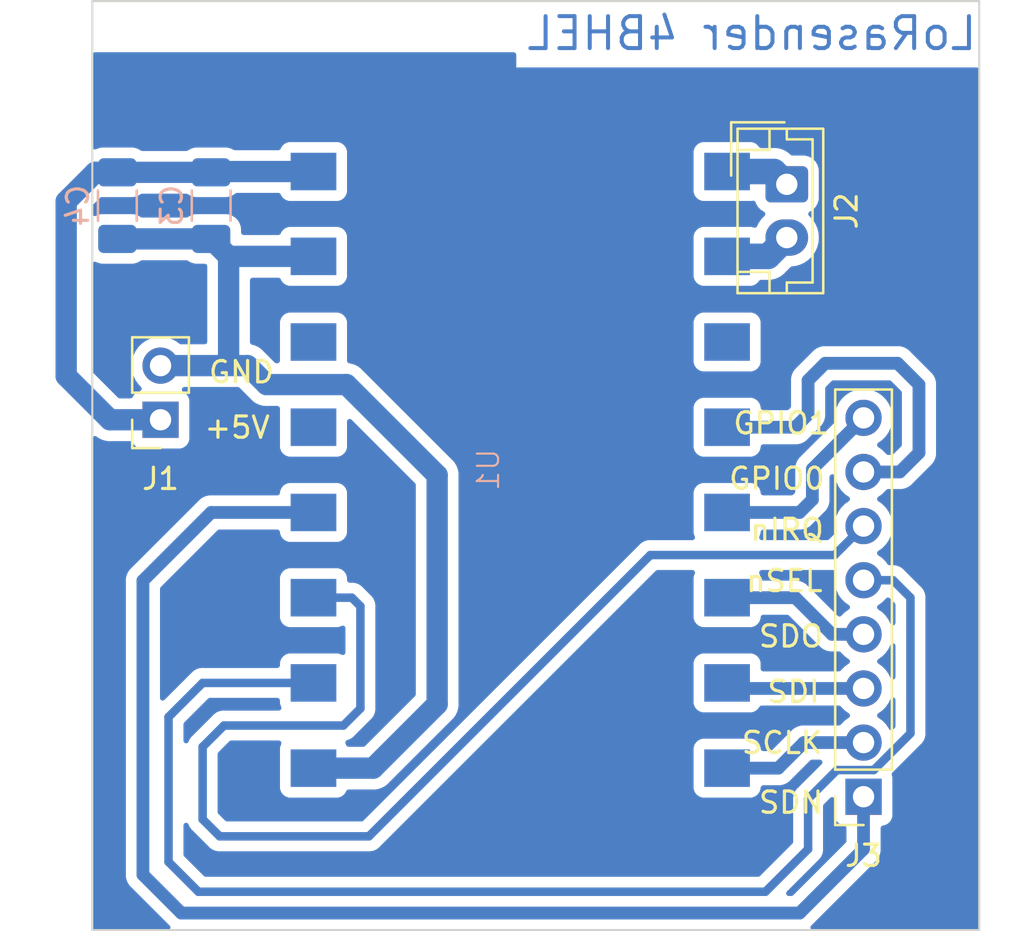
<source format=kicad_pcb>
(kicad_pcb (version 20221018) (generator pcbnew)
  (layers (0 "F.Cu" signal) (31 "B.Cu" signal) (34 "B.Paste" user) (35 "F.Paste" user) (36 "B.SilkS" user "B.Silkscreen") (37 "F.SilkS" user "F.Silkscreen") (38 "B.Mask" user) (39 "F.Mask" user) (44 "Edge.Cuts" user))
  (net 0 "")
  (net 1 "+5V")
  (net 2 "GND")
  (net 3 "/SDN")
  (net 4 "/SCLK")
  (net 5 "/SDI")
  (net 6 "/SDO")
  (net 7 "/nSEL")
  (net 8 "/nIRQ")
  (net 9 "/GPIO0")
  (net 10 "/GPIO1")
  (net 11 "/Antenne")
  (net 12 "/NC_1")
  (net 13 "/NC_2")
  (net 14 "/NC_3")
  (net 15 "/gnd")
  (footprint "Connector_JST:JST_EH_B2B-EH-A_1x02_P2.50mm_Vertical" (layer "F.Cu") (at 187.375 84 -90)
    (fp_text reference "J2" (at 1.25 -2.8 90) (layer "F.SilkS"))
    (fp_text value "Conn_01x02_Socket")
    (fp_line (start -2.91 0.11) (end -2.91 2.61) (stroke (width 0.12)) (layer "F.SilkS"))
    (fp_line (start -2.91 2.61) (end -0.41 2.61) (stroke (width 0.12)) (layer "F.SilkS"))
    (fp_line (start -2.61 -1.71) (end -2.61 2.31) (stroke (width 0.12)) (layer "F.SilkS"))
    (fp_line (start -2.61 0) (end -2.11 0) (stroke (width 0.12)) (layer "F.SilkS"))
    (fp_line (start -2.61 0.81) (end -1.61 0.81) (stroke (width 0.12)) (layer "F.SilkS"))
    (fp_line (start -2.61 2.31) (end 5.11 2.31) (stroke (width 0.12)) (layer "F.SilkS"))
    (fp_line (start -2.11 -1.21) (end 4.61 -1.21) (stroke (width 0.12)) (layer "F.SilkS"))
    (fp_line (start -2.11 0) (end -2.11 -1.21) (stroke (width 0.12)) (layer "F.SilkS"))
    (fp_line (start -1.61 0.81) (end -1.61 2.31) (stroke (width 0.12)) (layer "F.SilkS"))
    (fp_line (start 4.11 0.81) (end 4.11 2.31) (stroke (width 0.12)) (layer "F.SilkS"))
    (fp_line (start 4.61 -1.21) (end 4.61 0) (stroke (width 0.12)) (layer "F.SilkS"))
    (fp_line (start 4.61 0) (end 5.11 0) (stroke (width 0.12)) (layer "F.SilkS"))
    (fp_line (start 5.11 -1.71) (end -2.61 -1.71) (stroke (width 0.12)) (layer "F.SilkS"))
    (fp_line (start 5.11 0.81) (end 4.11 0.81) (stroke (width 0.12)) (layer "F.SilkS"))
    (fp_line (start 5.11 2.31) (end 5.11 -1.71) (stroke (width 0.12)) (layer "F.SilkS"))
    (pad "1" thru_hole roundrect (at 0 0 270) (size 1.7 2) (drill 1) (layers "*.Cu" "*.Mask") (roundrect_rratio 0.147059) (net 11 "/Antenne"))
    (pad "2" thru_hole oval (at 2.5 0 270) (size 1.7 2) (drill 1) (layers "*.Cu" "*.Mask") (net 15 "/gnd"))
  )
  (footprint "Connector_PinSocket_2.54mm:PinSocket_1x02_P2.54mm_Vertical" (layer "F.Cu") (at 158 95.05 180)
    (fp_text reference "J1" (at 0 -2.77) (layer "F.SilkS"))
    (fp_text value "Conn_01x02_Socket")
    (fp_line (start -1.33 1.27) (end -1.33 3.87) (stroke (width 0.12)) (layer "F.SilkS"))
    (fp_line (start -1.33 1.27) (end 1.33 1.27) (stroke (width 0.12)) (layer "F.SilkS"))
    (fp_line (start -1.33 3.87) (end 1.33 3.87) (stroke (width 0.12)) (layer "F.SilkS"))
    (fp_line (start 0 -1.33) (end 1.33 -1.33) (stroke (width 0.12)) (layer "F.SilkS"))
    (fp_line (start 1.33 -1.33) (end 1.33 0) (stroke (width 0.12)) (layer "F.SilkS"))
    (fp_line (start 1.33 1.27) (end 1.33 3.87) (stroke (width 0.12)) (layer "F.SilkS"))
    (pad "1" thru_hole rect (at 0 0 180) (size 1.7 1.7) (drill 1) (layers "*.Cu" "*.Mask") (net 1 "+5V"))
    (pad "2" thru_hole oval (at 0 2.54 180) (size 1.7 1.7) (drill 1) (layers "*.Cu" "*.Mask") (net 2 "GND"))
  )
  (footprint "Connector_PinSocket_2.54mm:PinSocket_1x08_P2.54mm_Vertical" (layer "F.Cu") (at 190.975 112.74 180)
    (fp_text reference "J3" (at 0 -2.77) (layer "F.SilkS"))
    (fp_text value "Conn_01x08_Socket")
    (fp_line (start -1.33 1.27) (end -1.33 19.11) (stroke (width 0.12)) (layer "F.SilkS"))
    (fp_line (start -1.33 1.27) (end 1.33 1.27) (stroke (width 0.12)) (layer "F.SilkS"))
    (fp_line (start -1.33 19.11) (end 1.33 19.11) (stroke (width 0.12)) (layer "F.SilkS"))
    (fp_line (start 0 -1.33) (end 1.33 -1.33) (stroke (width 0.12)) (layer "F.SilkS"))
    (fp_line (start 1.33 -1.33) (end 1.33 0) (stroke (width 0.12)) (layer "F.SilkS"))
    (fp_line (start 1.33 1.27) (end 1.33 19.11) (stroke (width 0.12)) (layer "F.SilkS"))
    (pad "1" thru_hole rect (at 0 0 180) (size 1.7 1.7) (drill 1) (layers "*.Cu" "*.Mask") (net 3 "/SDN"))
    (pad "2" thru_hole oval (at 0 2.54 180) (size 1.7 1.7) (drill 1) (layers "*.Cu" "*.Mask") (net 4 "/SCLK"))
    (pad "3" thru_hole oval (at 0 5.08 180) (size 1.7 1.7) (drill 1) (layers "*.Cu" "*.Mask") (net 5 "/SDI"))
    (pad "4" thru_hole oval (at 0 7.62 180) (size 1.7 1.7) (drill 1) (layers "*.Cu" "*.Mask") (net 6 "/SDO"))
    (pad "5" thru_hole oval (at 0 10.16 180) (size 1.7 1.7) (drill 1) (layers "*.Cu" "*.Mask") (net 7 "/nSEL"))
    (pad "6" thru_hole oval (at 0 12.7 180) (size 1.7 1.7) (drill 1) (layers "*.Cu" "*.Mask") (net 8 "/nIRQ"))
    (pad "7" thru_hole oval (at 0 15.24 180) (size 1.7 1.7) (drill 1) (layers "*.Cu" "*.Mask") (net 9 "/GPIO0"))
    (pad "8" thru_hole oval (at 0 17.78 180) (size 1.7 1.7) (drill 1) (layers "*.Cu" "*.Mask") (net 10 "/GPIO1"))
  )
  (footprint "Capacitor_SMD:C_1206_3216Metric_Pad1.33x1.80mm_HandSolder" (layer "B.Cu") (at 160.375 85 -90)
    (fp_text reference "C3" (at 0 1.85 90) (layer "B.SilkS") (effects (justify mirror)))
    (fp_text value "100n")
    (fp_line (start -0.711252 -0.91) (end 0.711252 -0.91) (stroke (width 0.12)) (layer "B.SilkS"))
    (fp_line (start -0.711252 0.91) (end 0.711252 0.91) (stroke (width 0.12)) (layer "B.SilkS"))
    (pad "1" smd roundrect (at -1.5625 0 270) (size 1.325 1.8) (layers "B.Cu" "B.Paste" "B.Mask") (roundrect_rratio 0.1886792453) (net 1 "+5V"))
    (pad "2" smd roundrect (at 1.5625 0 270) (size 1.325 1.8) (layers "B.Cu" "B.Paste" "B.Mask") (roundrect_rratio 0.1886792453) (net 2 "GND"))
  )
  (footprint "Capacitor_SMD:C_1206_3216Metric_Pad1.33x1.80mm_HandSolder" (layer "B.Cu") (at 155.975 85 -90)
    (fp_text reference "C4" (at 0 1.85 90) (layer "B.SilkS") (effects (justify mirror)))
    (fp_text value "47u")
    (fp_line (start -0.711252 -0.91) (end 0.711252 -0.91) (stroke (width 0.12)) (layer "B.SilkS"))
    (fp_line (start -0.711252 0.91) (end 0.711252 0.91) (stroke (width 0.12)) (layer "B.SilkS"))
    (pad "1" smd roundrect (at -1.5625 0 270) (size 1.325 1.8) (layers "B.Cu" "B.Paste" "B.Mask") (roundrect_rratio 0.1886792453) (net 1 "+5V"))
    (pad "2" smd roundrect (at 1.5625 0 270) (size 1.325 1.8) (layers "B.Cu" "B.Paste" "B.Mask") (roundrect_rratio 0.1886792453) (net 2 "GND"))
  )
  (footprint "RF:Si4463" (layer "B.Cu") (at 174.875 97.4 -90)
    (fp_text reference "U1" (at 0 1.5 90 unlocked) (layer "B.SilkS") (effects (font (thickness 0.1)) (justify mirror)))
    (fp_text value "Si4463_eigen")
    (pad "1" smd rect (at -14 9.7 180) (size 2.143 1.762) (layers "B.Cu" "B.Paste" "B.Mask") (net 1 "+5V"))
    (pad "2" smd rect (at -10.019 9.7 180) (size 2.143 1.762) (layers "B.Cu" "B.Paste" "B.Mask") (net 2 "GND"))
    (pad "3" smd rect (at -6 9.7 180) (size 2.143 1.762) (layers "B.Cu" "B.Paste" "B.Mask") (net 12 "/NC_1"))
    (pad "4" smd rect (at -2 9.7 180) (size 2.143 1.762) (layers "B.Cu" "B.Paste" "B.Mask") (net 13 "/NC_2"))
    (pad "5" smd rect (at 2 9.7 180) (size 2.143 1.762) (layers "B.Cu" "B.Paste" "B.Mask") (net 3 "/SDN"))
    (pad "6" smd rect (at 6 9.7 180) (size 2.143 1.762) (layers "B.Cu" "B.Paste" "B.Mask") (net 8 "/nIRQ"))
    (pad "7" smd rect (at 10 9.7 180) (size 2.143 1.762) (layers "B.Cu" "B.Paste" "B.Mask") (net 7 "/nSEL"))
    (pad "8" smd rect (at 14 9.7 180) (size 2.143 1.762) (layers "B.Cu" "B.Paste" "B.Mask") (net 2 "GND"))
    (pad "9" smd rect (at -14 -9.7 180) (size 2.143 1.762) (layers "B.Cu" "B.Paste" "B.Mask") (net 11 "/Antenne"))
    (pad "10" smd rect (at -10.019 -9.7 180) (size 2.143 1.762) (layers "B.Cu" "B.Paste" "B.Mask") (net 15 "/gnd"))
    (pad "11" smd rect (at -6 -9.7 180) (size 2.143 1.762) (layers "B.Cu" "B.Paste" "B.Mask") (net 14 "/NC_3"))
    (pad "12" smd rect (at -2 -9.7 180) (size 2.143 1.762) (layers "B.Cu" "B.Paste" "B.Mask") (net 9 "/GPIO0"))
    (pad "13" smd rect (at 2 -9.7 180) (size 2.143 1.762) (layers "B.Cu" "B.Paste" "B.Mask") (net 10 "/GPIO1"))
    (pad "14" smd rect (at 6 -9.7 180) (size 2.143 1.762) (layers "B.Cu" "B.Paste" "B.Mask") (net 6 "/SDO"))
    (pad "15" smd rect (at 10 -9.7 180) (size 2.143 1.762) (layers "B.Cu" "B.Paste" "B.Mask") (net 5 "/SDI"))
    (pad "16" smd rect (at 14 -9.7 180) (size 2.143 1.762) (layers "B.Cu" "B.Paste" "B.Mask") (net 4 "/SCLK"))
  )
  (gr_rect (start 154.8 75.4) (end 196.4 119) (stroke (width 0.1)) (fill none) (layer "Edge.Cuts"))
  (gr_text "LoRasender 4BHEL" (at 196.4 77.8) (layer "B.Cu") (effects (font (size 1.5 1.5) (thickness 0.1875)) (justify left bottom mirror)))
  (gr_text "+5V" (at 159.975 96) (layer "F.SilkS") (effects (font (size 1 1)) (justify left bottom)))
  (gr_text "nSEL" (at 185.375 103.2) (layer "F.SilkS") (effects (font (size 1 1)) (justify left bottom)))
  (gr_text "GPIO1" (at 184.775 95.8) (layer "F.SilkS") (effects (font (size 1 1)) (justify left bottom)))
  (gr_text "GND" (at 160.175 93.4) (layer "F.SilkS") (effects (font (size 1 1)) (justify left bottom)))
  (gr_text "SDI" (at 186.375 108.4) (layer "F.SilkS") (effects (font (size 1 1)) (justify left bottom)))
  (gr_text "SDN" (at 185.975 113.6) (layer "F.SilkS") (effects (font (size 1 1)) (justify left bottom)))
  (gr_text "GPIO0" (at 184.575 98.4) (layer "F.SilkS") (effects (font (size 1 1)) (justify left bottom)))
  (gr_text "nIRQ" (at 185.575 100.8) (layer "F.SilkS") (effects (font (size 1 1)) (justify left bottom)))
  (gr_text "SCLK" (at 185.175 110.8) (layer "F.SilkS") (effects (font (size 1 1)) (justify left bottom)))
  (gr_text "SDO" (at 185.975 105.8) (layer "F.SilkS") (effects (font (size 1 1)) (justify left bottom)))
  (segment (start 165.375 83.4) (end 160.4125 83.4) (width 1) (layer "B.Cu") (net 1))
  (segment (start 155.625 95.05) (end 153.575 93) (width 1) (layer "B.Cu") (net 1))
  (segment (start 153.575 84.8) (end 154.9375 83.4375) (width 1) (layer "B.Cu") (net 1))
  (segment (start 158 95.05) (end 155.625 95.05) (width 1) (layer "B.Cu") (net 1))
  (segment (start 160.4125 83.4) (end 160.375 83.4375) (width 1) (layer "B.Cu") (net 1))
  (segment (start 153.575 93) (end 153.575 84.8) (width 1) (layer "B.Cu") (net 1))
  (segment (start 154.9375 83.4375) (end 155.975 83.4375) (width 1) (layer "B.Cu") (net 1))
  (segment (start 160.375 83.4375) (end 155.975 83.4375) (width 1) (layer "B.Cu") (net 1))
  (segment (start 161.1935 87.381) (end 160.375 86.5625) (width 1) (layer "B.Cu") (net 2))
  (segment (start 170.975 108.4) (end 167.975 111.4) (width 1) (layer "B.Cu") (net 2))
  (segment (start 162.085 92.51) (end 162.975 93.4) (width 1) (layer "B.Cu") (net 2))
  (segment (start 158 92.51) (end 161.175 92.51) (width 1) (layer "B.Cu") (net 2))
  (segment (start 160.375 86.5625) (end 155.975 86.5625) (width 1) (layer "B.Cu") (net 2))
  (segment (start 161.1935 87.381) (end 161.1935 92.4915) (width 1) (layer "B.Cu") (net 2))
  (segment (start 170.975 97.6475) (end 170.975 108.4) (width 1) (layer "B.Cu") (net 2))
  (segment (start 166.7275 93.4) (end 170.975 97.6475) (width 1) (layer "B.Cu") (net 2))
  (segment (start 161.175 92.51) (end 162.085 92.51) (width 1) (layer "B.Cu") (net 2))
  (segment (start 167.975 111.4) (end 165.375 111.4) (width 1) (layer "B.Cu") (net 2))
  (segment (start 162.975 93.4) (end 166.7275 93.4) (width 1) (layer "B.Cu") (net 2))
  (segment (start 165.375 87.381) (end 161.1935 87.381) (width 1) (layer "B.Cu") (net 2))
  (segment (start 161.1935 92.4915) (end 161.175 92.51) (width 1) (layer "B.Cu") (net 2))
  (segment (start 157.175 102.6) (end 160.375 99.4) (width 0.6) (layer "B.Cu") (net 3))
  (segment (start 190.975 112.74) (end 190.975 115.2) (width 0.6) (layer "B.Cu") (net 3))
  (segment (start 187.975 118.2) (end 158.975 118.2) (width 0.6) (layer "B.Cu") (net 3))
  (segment (start 158.975 118.2) (end 157.175 116.4) (width 0.6) (layer "B.Cu") (net 3))
  (segment (start 160.375 99.4) (end 165.375 99.4) (width 0.6) (layer "B.Cu") (net 3))
  (segment (start 190.975 115.2) (end 187.975 118.2) (width 0.6) (layer "B.Cu") (net 3))
  (segment (start 157.175 116.4) (end 157.175 102.6) (width 0.6) (layer "B.Cu") (net 3))
  (segment (start 186.975 111.4) (end 188.175 110.2) (width 0.6) (layer "B.Cu") (net 4))
  (segment (start 188.175 110.2) (end 190.975 110.2) (width 0.6) (layer "B.Cu") (net 4))
  (segment (start 184.775 111.4) (end 186.975 111.4) (width 0.6) (layer "B.Cu") (net 4))
  (segment (start 190.975 107.66) (end 185.035 107.66) (width 0.6) (layer "B.Cu") (net 5))
  (segment (start 185.035 107.66) (end 184.775 107.4) (width 0.6) (layer "B.Cu") (net 5))
  (segment (start 189.495 105.12) (end 190.975 105.12) (width 0.6) (layer "B.Cu") (net 6))
  (segment (start 184.775 103.4) (end 187.775 103.4) (width 0.6) (layer "B.Cu") (net 6))
  (segment (start 187.775 103.4) (end 189.495 105.12) (width 0.6) (layer "B.Cu") (net 6))
  (segment (start 186.375 117.2) (end 159.775 117.2) (width 0.4) (layer "B.Cu") (net 7))
  (segment (start 158.375 115.8) (end 158.375 109) (width 0.4) (layer "B.Cu") (net 7))
  (segment (start 191.452767 111.49) (end 189.725 111.49) (width 0.4) (layer "B.Cu") (net 7))
  (segment (start 158.375 109) (end 159.975 107.4) (width 0.4) (layer "B.Cu") (net 7))
  (segment (start 188.375 112.84) (end 188.375 115.2) (width 0.4) (layer "B.Cu") (net 7))
  (segment (start 188.375 115.2) (end 186.375 117.2) (width 0.4) (layer "B.Cu") (net 7))
  (segment (start 193.175 103.4) (end 193.175 109.767767) (width 0.4) (layer "B.Cu") (net 7))
  (segment (start 189.725 111.49) (end 188.375 112.84) (width 0.4) (layer "B.Cu") (net 7))
  (segment (start 159.775 117.2) (end 158.375 115.8) (width 0.4) (layer "B.Cu") (net 7))
  (segment (start 190.975 102.58) (end 192.355 102.58) (width 0.4) (layer "B.Cu") (net 7))
  (segment (start 192.355 102.58) (end 193.175 103.4) (width 0.4) (layer "B.Cu") (net 7))
  (segment (start 193.175 109.767767) (end 191.452767 111.49) (width 0.4) (layer "B.Cu") (net 7))
  (segment (start 159.975 107.4) (end 165.375 107.4) (width 0.4) (layer "B.Cu") (net 7))
  (segment (start 166.575 109.4) (end 167.375 108.6) (width 0.4) (layer "B.Cu") (net 8))
  (segment (start 159.975 113.8) (end 159.975 110.4) (width 0.4) (layer "B.Cu") (net 8))
  (segment (start 167.375 103.8) (end 166.975 103.4) (width 0.4) (layer "B.Cu") (net 8))
  (segment (start 166.975 103.4) (end 165.375 103.4) (width 0.4) (layer "B.Cu") (net 8))
  (segment (start 160.775 114.6) (end 159.975 113.8) (width 0.4) (layer "B.Cu") (net 8))
  (segment (start 190.975 100.04) (end 189.615 101.4) (width 0.4) (layer "B.Cu") (net 8))
  (segment (start 180.975 101.4) (end 167.775 114.6) (width 0.4) (layer "B.Cu") (net 8))
  (segment (start 189.615 101.4) (end 180.975 101.4) (width 0.4) (layer "B.Cu") (net 8))
  (segment (start 167.375 108.6) (end 167.375 103.8) (width 0.4) (layer "B.Cu") (net 8))
  (segment (start 167.775 114.6) (end 160.775 114.6) (width 0.4) (layer "B.Cu") (net 8))
  (segment (start 159.975 110.4) (end 160.975 109.4) (width 0.4) (layer "B.Cu") (net 8))
  (segment (start 160.975 109.4) (end 166.575 109.4) (width 0.4) (layer "B.Cu") (net 8))
  (segment (start 189.175 92.4) (end 192.575 92.4) (width 0.6) (layer "B.Cu") (net 9))
  (segment (start 184.775 95.4) (end 187.775 95.4) (width 0.6) (layer "B.Cu") (net 9))
  (segment (start 192.675 97.5) (end 190.975 97.5) (width 0.6) (layer "B.Cu") (net 9))
  (segment (start 193.575 96.6) (end 192.675 97.5) (width 0.6) (layer "B.Cu") (net 9))
  (segment (start 188.375 94.8) (end 188.375 93.2) (width 0.6) (layer "B.Cu") (net 9))
  (segment (start 193.575 93.4) (end 193.575 96.6) (width 0.6) (layer "B.Cu") (net 9))
  (segment (start 187.775 95.4) (end 188.375 94.8) (width 0.6) (layer "B.Cu") (net 9))
  (segment (start 188.375 93.2) (end 189.175 92.4) (width 0.6) (layer "B.Cu") (net 9))
  (segment (start 192.575 92.4) (end 193.575 93.4) (width 0.6) (layer "B.Cu") (net 9))
  (segment (start 188.575 97.36) (end 188.575 98.8) (width 0.6) (layer "B.Cu") (net 10))
  (segment (start 190.975 94.96) (end 188.575 97.36) (width 0.6) (layer "B.Cu") (net 10))
  (segment (start 187.975 99.4) (end 184.775 99.4) (width 0.6) (layer "B.Cu") (net 10))
  (segment (start 188.575 98.8) (end 187.975 99.4) (width 0.6) (layer "B.Cu") (net 10))
  (segment (start 186.775 83.4) (end 187.375 84) (width 1.2) (layer "B.Cu") (net 11))
  (segment (start 184.775 83.4) (end 186.775 83.4) (width 1.2) (layer "B.Cu") (net 11))
  (segment (start 184.775 87.381) (end 186.494 87.381) (width 1.2) (layer "B.Cu") (net 15))
  (segment (start 186.494 87.381) (end 187.375 86.5) (width 1.2) (layer "B.Cu") (net 15))
  (zone (net 0) (net_name "") (layer "B.Cu") (connect_pads (clearance 0.5)) (min_thickness 0.25) (fill yes (thermal_gap 0.5) (thermal_bridge_width 0.5) (island_removal_mode 1) (island_area_min 10))
    (polygon (pts (xy 154.8 77.8) (xy 196.4 77.8) (xy 196.4 119) (xy 154.8 119)))
  )
)
</source>
